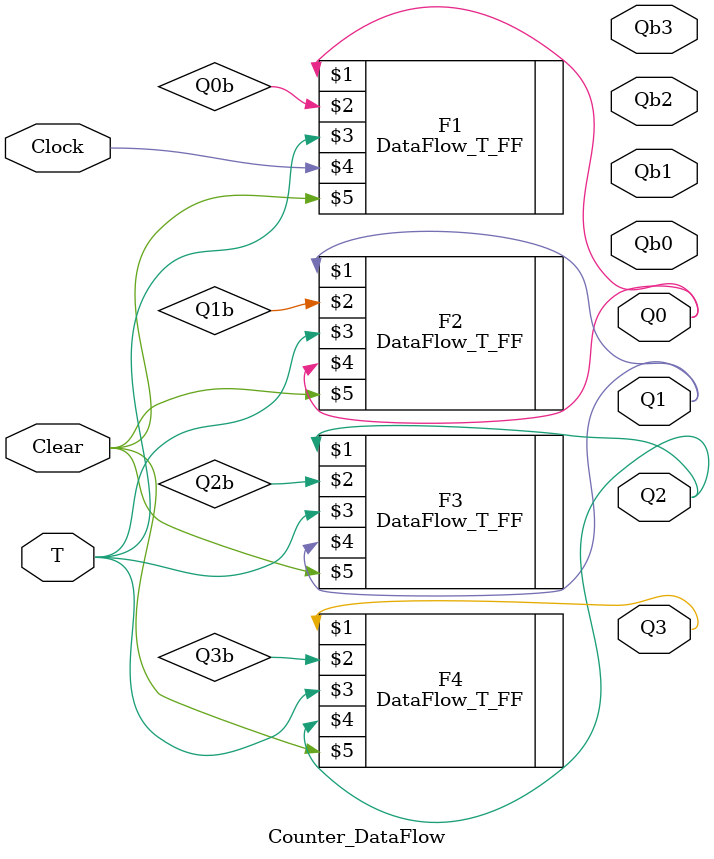
<source format=v>
module Counter_DataFlow(Q0,Q1,Q2,Q3,T,Clock,Clear,Qb0,Qb1,Qb2,Qb3);
	input T,Clock,Clear;
	output Q0,Q1,Q2,Q3,Qb0,Qb1,Qb2,Qb3;
	DataFlow_T_FF F1(Q0,Q0b,T,Clock,Clear);
	DataFlow_T_FF F2(Q1,Q1b,T,Q0,Clear);
	DataFlow_T_FF F3(Q2,Q2b,T,Q1,Clear);
	DataFlow_T_FF F4(Q3,Q3b,T,Q2,Clear);
endmodule

</source>
